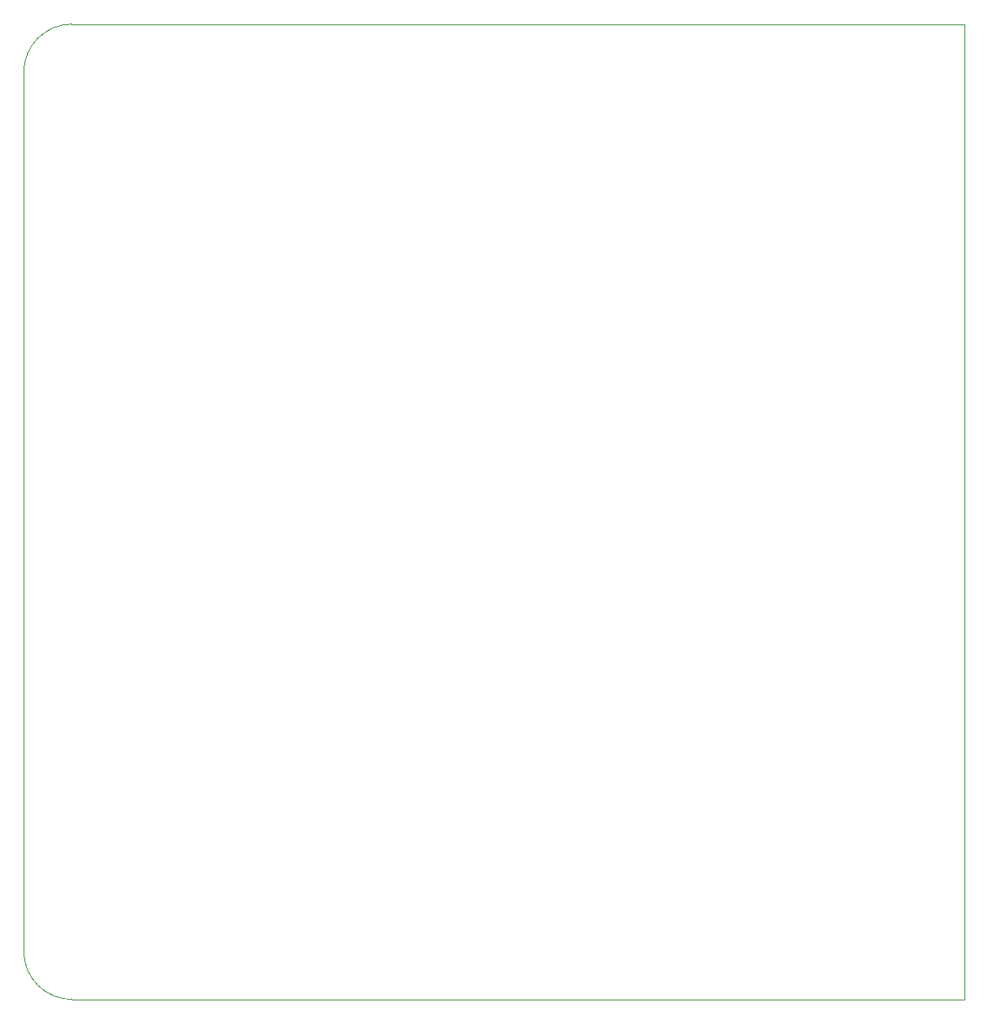
<source format=gbr>
%TF.GenerationSoftware,KiCad,Pcbnew,(6.0.0)*%
%TF.CreationDate,2024-05-04T22:15:16-04:00*%
%TF.ProjectId,Impedance_Analyzer_V4,496d7065-6461-46e6-9365-5f416e616c79,rev?*%
%TF.SameCoordinates,Original*%
%TF.FileFunction,Profile,NP*%
%FSLAX46Y46*%
G04 Gerber Fmt 4.6, Leading zero omitted, Abs format (unit mm)*
G04 Created by KiCad (PCBNEW (6.0.0)) date 2024-05-04 22:15:16*
%MOMM*%
%LPD*%
G01*
G04 APERTURE LIST*
%TA.AperFunction,Profile*%
%ADD10C,0.050000*%
%TD*%
G04 APERTURE END LIST*
D10*
X70000000Y-45900000D02*
X70000000Y-137500000D01*
X75000000Y-40900000D02*
G75*
G03*
X70000000Y-45900000I0J-5000000D01*
G01*
X70000000Y-137500000D02*
G75*
G03*
X75000000Y-142500000I5000000J0D01*
G01*
X168000000Y-142500000D02*
X168000000Y-40900000D01*
X168000000Y-40900000D02*
X75000000Y-40900000D01*
X75000000Y-142500000D02*
X168000000Y-142500000D01*
M02*

</source>
